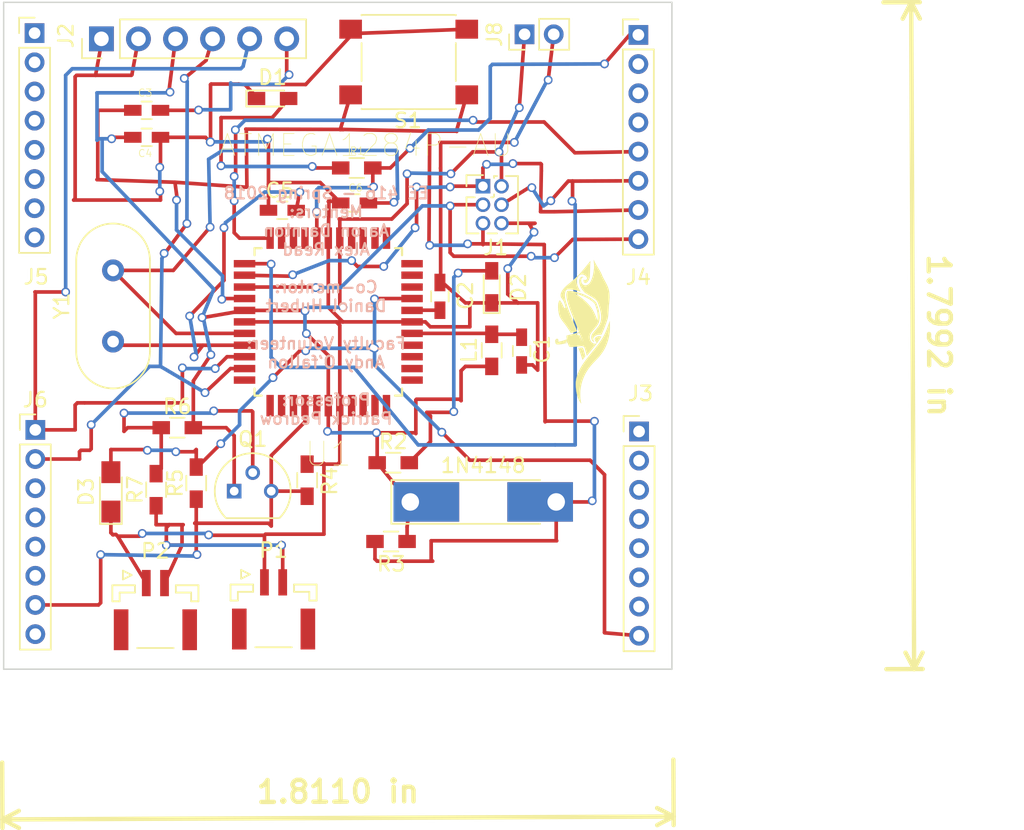
<source format=kicad_pcb>
(kicad_pcb (version 4) (host pcbnew 4.0.7)
  (title_block (title "Water Leak Detector") (date 2018-03-29) (rev 0) (company "Author: Thong Huynh") (comment 1 "Team Naura - WSU"))
  (layers (0 F.Cu signal) (31 B.Cu signal) (34 B.Paste user) (35 F.Paste user) (36 B.SilkS user) (37 F.SilkS user) (38 B.Mask user) (39 F.Mask user) (44 Edge.Cuts user))
  (net 0 "")
  (net 1 VCC)
  (net 2 RST)
  (net 3 AVCC)
  (net 4 GND)
  (net 5 "Net-(C2-Pad1)")
  (net 6 "Net-(C4-Pad1)")
  (net 7 XTAL1)
  (net 8 XTAL2)
  (net 9 "Net-(D1-Pad2)")
  (net 10 "Net-(D2-Pad2)")
  (net 11 PB6)
  (net 12 PB7)
  (net 13 PB5)
  (net 14 PD1)
  (net 15 PD0)
  (net 16 PA0)
  (net 17 PA1)
  (net 18 PA2)
  (net 19 PA3)
  (net 20 PA4)
  (net 21 PA5)
  (net 22 PA6)
  (net 23 PB0)
  (net 24 PB1)
  (net 25 PB2)
  (net 26 PB3)
  (net 27 PB4)
  (net 28 PC0)
  (net 29 PC1)
  (net 30 PC2)
  (net 31 PC3)
  (net 32 PC4)
  (net 33 PC5)
  (net 34 PC6)
  (net 35 PC7)
  (net 36 PD2)
  (net 37 PD3)
  (net 38 PD4)
  (net 39 PD5)
  (net 40 /SIGNAL)
  (net 41 PD7)
  (net 42 PROBE)
  (net 43 "Net-(Q1-Pad2)")
  (net 44 /ANALOG_SIGNAL)
  (module robosub_footprints:robosub_logo-medium (layer F.Cu) (at 202 66.1 90)
    (fp_text reference "" hide)
    (fp_text value "" hide)
  )
  (module Diodes_SMD:D_MELF-RM10_Universal_Handsoldering (layer F.Cu) (at 195.07 77.84)
    (fp_text reference 1N4148 (at 0 -2.5) (layer F.SilkS))
    (fp_text value D1)
    (pad 1 thru_hole rect (at -5 0) (size 4.5 2.7) (drill 1.19888 (offset 1.1 0)) (layers *.Cu *.Mask) (net 1 VCC))
    (pad 2 thru_hole rect (at 5 0 180) (size 4.5 2.7) (drill 1.19888 (offset 1.1 0)) (layers *.Cu *.Mask) (net 2 RST))
  )
  (module Capacitors_SMD:C_0603_HandSoldering (layer F.Cu) (at 197.7 67.5 270)
    (fp_text reference C1 (at -0.11 -1.4 270) (layer F.SilkS))
    (fp_text value 100nF)
    (pad 1 smd rect (at -0.95 0 270) (size 1.2 0.75) (layers F.Cu F.Paste F.Mask) (net 3 AVCC))
    (pad 2 smd rect (at 0.95 0 270) (size 1.2 0.75) (layers F.Cu F.Paste F.Mask) (net 4 GND))
  )
  (module Capacitors_SMD:C_0603_HandSoldering (layer F.Cu) (at 192.1 63.75 90)
    (fp_text reference C2 (at 0.05 1.75 90) (layer F.SilkS))
    (fp_text value 0.1uF)
    (pad 1 smd rect (at -0.95 0 90) (size 1.2 0.75) (layers F.Cu F.Paste F.Mask) (net 5 "Net-(C2-Pad1)"))
    (pad 2 smd rect (at 0.95 0 90) (size 1.2 0.75) (layers F.Cu F.Paste F.Mask) (net 4 GND))
  )
  (module Capacitors_SMD:C_0603_HandSoldering (layer F.Cu) (at 172 52.85)
    (fp_text reference C3 (at -0.1 -3.05) (layer F.SilkS) (effects (font (size 0.5 0.5) (thickness 0.05))))
    (fp_text value 10uF)
    (pad 1 smd rect (at -0.95 0) (size 1.2 0.75) (layers F.Cu F.Paste F.Mask) (net 1 VCC))
    (pad 2 smd rect (at 0.95 0) (size 1.2 0.75) (layers F.Cu F.Paste F.Mask) (net 4 GND))
  )
  (module Capacitors_SMD:C_0603_HandSoldering (layer F.Cu) (at 172 51 180)
    (fp_text reference C4 (at 0.1 -2.95 180) (layer F.SilkS) (effects (font (size 0.5 0.5) (thickness 0.05))))
    (fp_text value 0.1uF)
    (pad 1 smd rect (at -0.95 0 180) (size 1.2 0.75) (layers F.Cu F.Paste F.Mask) (net 6 "Net-(C4-Pad1)"))
    (pad 2 smd rect (at 0.95 0 180) (size 1.2 0.75) (layers F.Cu F.Paste F.Mask) (net 2 RST))
  )
  (module Capacitors_SMD:C_0603_HandSoldering (layer F.Cu) (at 181.3 57.85)
    (fp_text reference C5 (at -0.17 -1.36) (layer F.SilkS))
    (fp_text value 22pF)
    (pad 1 smd rect (at -0.95 0) (size 1.2 0.75) (layers F.Cu F.Paste F.Mask) (net 4 GND))
    (pad 2 smd rect (at 0.95 0) (size 1.2 0.75) (layers F.Cu F.Paste F.Mask) (net 7 XTAL1))
  )
  (module Capacitors_SMD:C_0603_HandSoldering (layer F.Cu) (at 186.25 57.35)
    (fp_text reference C6 (at 0.07 -1.04) (layer F.SilkS) (effects (font (size 0.5 0.5) (thickness 0.05))))
    (fp_text value 22pF)
    (pad 1 smd rect (at -0.95 0) (size 1.2 0.75) (layers F.Cu F.Paste F.Mask) (net 4 GND))
    (pad 2 smd rect (at 0.95 0) (size 1.2 0.75) (layers F.Cu F.Paste F.Mask) (net 8 XTAL2))
  )
  (module LEDs:LED_0603_HandSoldering (layer F.Cu) (at 180.63 50.19)
    (fp_text reference D1 (at 0 -1.45) (layer F.SilkS))
    (fp_text value LED_Small)
    (pad 1 smd rect (at -1.1 0) (size 1.2 0.9) (layers F.Cu F.Paste F.Mask) (net 4 GND))
    (pad 2 smd rect (at 1.1 0) (size 1.2 0.9) (layers F.Cu F.Paste F.Mask) (net 9 "Net-(D1-Pad2)"))
  )
  (module LEDs:LED_0603_HandSoldering (layer F.Cu) (at 195.65 63.1 90)
    (fp_text reference D2 (at -0.04 1.83 90) (layer F.SilkS))
    (fp_text value LED_Small)
    (pad 1 smd rect (at -1.1 0 90) (size 1.2 0.9) (layers F.Cu F.Paste F.Mask) (net 4 GND))
    (pad 2 smd rect (at 1.1 0 90) (size 1.2 0.9) (layers F.Cu F.Paste F.Mask) (net 10 "Net-(D2-Pad2)"))
  )
  (module LEDs:LED_0805_HandSoldering (layer F.Cu) (at 169.55 77.15 90)
    (fp_text reference D3 (at 0 -1.7 90) (layer F.SilkS))
    (fp_text value LED)
    (pad 1 smd rect (at -1.35 0 90) (size 1.5 1.3) (layers F.Cu F.Paste F.Mask) (net 4 GND))
    (pad 2 smd rect (at 1.35 0 90) (size 1.5 1.3) (layers F.Cu F.Paste F.Mask) (net 44 /ANALOG_SIGNAL))
  )
  (module Pin_Headers:Pin_Header_Straight_2x03_Pitch1.27mm (layer F.Cu) (at 195.05 56.2)
    (fp_text reference J1 (at 0.87 4.21) (layer F.SilkS))
    (fp_text value AVR_ISP)
    (pad 1 thru_hole rect (at 0 0) (size 1 1) (drill 0.65) (layers *.Cu *.Mask) (net 11 PB6))
    (pad 2 thru_hole oval (at 1.27 0) (size 1 1) (drill 0.65) (layers *.Cu *.Mask) (net 1 VCC))
    (pad 3 thru_hole oval (at 0 1.27) (size 1 1) (drill 0.65) (layers *.Cu *.Mask) (net 12 PB7))
    (pad 4 thru_hole oval (at 1.27 1.27) (size 1 1) (drill 0.65) (layers *.Cu *.Mask) (net 13 PB5))
    (pad 5 thru_hole oval (at 0 2.54) (size 1 1) (drill 0.65) (layers *.Cu *.Mask) (net 2 RST))
    (pad 6 thru_hole oval (at 1.27 2.54) (size 1 1) (drill 0.65) (layers *.Cu *.Mask) (net 4 GND))
  )
  (module Pin_Headers:Pin_Header_Straight_1x08_Pitch2.00mm (layer F.Cu) (at 205.75 73.01)
    (fp_text reference J3 (at 0.1 -2.6) (layer F.SilkS))
    (fp_text value PortA)
    (pad 1 thru_hole rect (at 0 0) (size 1.35 1.35) (drill 0.8) (layers *.Cu *.Mask))
    (pad 2 thru_hole oval (at 0 2) (size 1.35 1.35) (drill 0.8) (layers *.Cu *.Mask))
    (pad 3 thru_hole oval (at 0 4) (size 1.35 1.35) (drill 0.8) (layers *.Cu *.Mask))
    (pad 4 thru_hole oval (at 0 6) (size 1.35 1.35) (drill 0.8) (layers *.Cu *.Mask))
    (pad 5 thru_hole oval (at 0 8) (size 1.35 1.35) (drill 0.8) (layers *.Cu *.Mask))
    (pad 6 thru_hole oval (at 0 10) (size 1.35 1.35) (drill 0.8) (layers *.Cu *.Mask))
    (pad 7 thru_hole oval (at 0 12) (size 1.35 1.35) (drill 0.8) (layers *.Cu *.Mask))
    (pad 8 thru_hole oval (at 0 14) (size 1.35 1.35) (drill 0.8) (layers *.Cu *.Mask) (net 44 /ANALOG_SIGNAL))
  )
  (module Pin_Headers:Pin_Header_Straight_1x08_Pitch2.00mm (layer F.Cu) (at 205.7 45.83)
    (fp_text reference J4 (at 0 16.61) (layer F.SilkS))
    (fp_text value PortB)
    (pad 1 thru_hole rect (at 0 0) (size 1.35 1.35) (drill 0.8) (layers *.Cu *.Mask) (net 23 PB0))
    (pad 2 thru_hole oval (at 0 2) (size 1.35 1.35) (drill 0.8) (layers *.Cu *.Mask))
    (pad 3 thru_hole oval (at 0 4) (size 1.35 1.35) (drill 0.8) (layers *.Cu *.Mask))
    (pad 4 thru_hole oval (at 0 6) (size 1.35 1.35) (drill 0.8) (layers *.Cu *.Mask))
    (pad 5 thru_hole oval (at 0 8) (size 1.35 1.35) (drill 0.8) (layers *.Cu *.Mask) (net 27 PB4))
    (pad 6 thru_hole oval (at 0 10) (size 1.35 1.35) (drill 0.8) (layers *.Cu *.Mask) (net 13 PB5))
    (pad 7 thru_hole oval (at 0 12) (size 1.35 1.35) (drill 0.8) (layers *.Cu *.Mask) (net 11 PB6))
    (pad 8 thru_hole oval (at 0 14) (size 1.35 1.35) (drill 0.8) (layers *.Cu *.Mask) (net 12 PB7))
  )
  (module Pin_Headers:Pin_Header_Straight_1x08_Pitch2.00mm (layer F.Cu) (at 164.32 45.71)
    (fp_text reference J5 (at 0.11 16.71) (layer F.SilkS))
    (fp_text value PortC)
    (pad 1 thru_hole rect (at 0 0) (size 1.35 1.35) (drill 0.8) (layers *.Cu *.Mask))
    (pad 2 thru_hole oval (at 0 2) (size 1.35 1.35) (drill 0.8) (layers *.Cu *.Mask))
    (pad 3 thru_hole oval (at 0 4) (size 1.35 1.35) (drill 0.8) (layers *.Cu *.Mask))
    (pad 4 thru_hole oval (at 0 6) (size 1.35 1.35) (drill 0.8) (layers *.Cu *.Mask))
    (pad 5 thru_hole oval (at 0 8) (size 1.35 1.35) (drill 0.8) (layers *.Cu *.Mask))
    (pad 6 thru_hole oval (at 0 10) (size 1.35 1.35) (drill 0.8) (layers *.Cu *.Mask))
    (pad 7 thru_hole oval (at 0 12) (size 1.35 1.35) (drill 0.8) (layers *.Cu *.Mask))
    (pad 8 thru_hole oval (at 0 14) (size 1.35 1.35) (drill 0.8) (layers *.Cu *.Mask))
  )
  (module Pin_Headers:Pin_Header_Straight_1x08_Pitch2.00mm (layer F.Cu) (at 164.37 72.9)
    (fp_text reference J6 (at 0 -2.06) (layer F.SilkS))
    (fp_text value PortD)
    (pad 1 thru_hole rect (at 0 0) (size 1.35 1.35) (drill 0.8) (layers *.Cu *.Mask) (net 15 PD0))
    (pad 2 thru_hole oval (at 0 2) (size 1.35 1.35) (drill 0.8) (layers *.Cu *.Mask) (net 14 PD1))
    (pad 3 thru_hole oval (at 0 4) (size 1.35 1.35) (drill 0.8) (layers *.Cu *.Mask))
    (pad 4 thru_hole oval (at 0 6) (size 1.35 1.35) (drill 0.8) (layers *.Cu *.Mask))
    (pad 5 thru_hole oval (at 0 8) (size 1.35 1.35) (drill 0.8) (layers *.Cu *.Mask))
    (pad 6 thru_hole oval (at 0 10) (size 1.35 1.35) (drill 0.8) (layers *.Cu *.Mask))
    (pad 7 thru_hole oval (at 0 12) (size 1.35 1.35) (drill 0.8) (layers *.Cu *.Mask) (net 40 /SIGNAL))
    (pad 8 thru_hole oval (at 0 14) (size 1.35 1.35) (drill 0.8) (layers *.Cu *.Mask))
  )
  (module Pin_Headers:Pin_Header_Straight_1x02_Pitch2.00mm (layer F.Cu) (at 197.9 45.79 90)
    (fp_text reference J8 (at 0 -2.06 90) (layer F.SilkS))
    (fp_text value Power)
    (pad 1 thru_hole rect (at 0 0 90) (size 1.35 1.35) (drill 0.8) (layers *.Cu *.Mask) (net 1 VCC))
    (pad 2 thru_hole oval (at 0 2 90) (size 1.35 1.35) (drill 0.8) (layers *.Cu *.Mask) (net 4 GND))
  )
  (module Inductors_SMD:L_0603_HandSoldering (layer F.Cu) (at 195.65 67.45 270)
    (fp_text reference L1 (at -0.02 1.55 270) (layer F.SilkS))
    (fp_text value 10uH)
    (pad 1 smd rect (at -1.1 0 270) (size 1.2 0.9) (layers F.Cu F.Paste F.Mask) (net 3 AVCC))
    (pad 2 smd rect (at 1.1 0 270) (size 1.2 0.9) (layers F.Cu F.Paste F.Mask) (net 1 VCC))
  )
  (module Connectors_JST:JST_GH_SM02B-GHS-TB_02x1.25mm_Angled (layer F.Cu) (at 180.7 84.95)
    (fp_text reference P1 (at 0 -3.8) (layer F.SilkS))
    (fp_text value Probe_Port)
    (pad 1 smd rect (at -0.625 -1.6) (size 0.6 1.8) (layers F.Cu F.Paste F.Mask) (net 4 GND))
    (pad 2 smd rect (at 0.625 -1.6) (size 0.6 1.8) (layers F.Cu F.Paste F.Mask) (net 42 PROBE))
    (pad "" smd rect (at 2.35 1.6) (size 1 2.8) (layers F.Cu F.Paste F.Mask))
    (pad "" smd rect (at -2.35 1.6) (size 1 2.8) (layers F.Cu F.Paste F.Mask))
  )
  (module Connectors_JST:JST_GH_SM02B-GHS-TB_02x1.25mm_Angled (layer F.Cu) (at 172.6 85)
    (fp_text reference P2 (at 0 -3.8) (layer F.SilkS))
    (fp_text value Probe_Port)
    (pad 1 smd rect (at -0.625 -1.6) (size 0.6 1.8) (layers F.Cu F.Paste F.Mask) (net 4 GND))
    (pad 2 smd rect (at 0.625 -1.6) (size 0.6 1.8) (layers F.Cu F.Paste F.Mask) (net 42 PROBE))
    (pad "" smd rect (at 2.35 1.6) (size 1 2.8) (layers F.Cu F.Paste F.Mask))
    (pad "" smd rect (at -2.35 1.6) (size 1 2.8) (layers F.Cu F.Paste F.Mask))
  )
  (module TO_SOT_Packages_THT:TO-92_Molded_Narrow (layer F.Cu) (at 178 77.1)
    (fp_text reference Q1 (at 1.27 -3.56) (layer F.SilkS))
    (fp_text value 2N3906)
    (pad 2 thru_hole circle (at 1.27 -1.27 90) (size 1 1) (drill 0.6) (layers *.Cu *.Mask) (net 43 "Net-(Q1-Pad2)"))
    (pad 3 thru_hole circle (at 2.54 0 90) (size 1 1) (drill 0.6) (layers *.Cu *.Mask) (net 40 /SIGNAL))
    (pad 1 thru_hole rect (at 0 0 90) (size 1 1) (drill 0.6) (layers *.Cu *.Mask) (net 1 VCC))
  )
  (module Resistors_SMD:R_0603_HandSoldering (layer F.Cu) (at 186.4 54.95)
    (fp_text reference R1 (at 0.02 -1.17) (layer F.SilkS) (effects (font (size 0.5 0.5) (thickness 0.05))))
    (fp_text value 330R)
    (pad 1 smd rect (at -1.1 0) (size 1.2 0.9) (layers F.Cu F.Paste F.Mask) (net 9 "Net-(D1-Pad2)"))
    (pad 2 smd rect (at 1.1 0) (size 1.2 0.9) (layers F.Cu F.Paste F.Mask) (net 23 PB0))
  )
  (module Resistors_SMD:R_0603_HandSoldering (layer F.Cu) (at 188.9 75.15)
    (fp_text reference R2 (at 0 -1.45) (layer F.SilkS))
    (fp_text value 220)
    (pad 1 smd rect (at -1.1 0) (size 1.2 0.9) (layers F.Cu F.Paste F.Mask) (net 1 VCC))
    (pad 2 smd rect (at 1.1 0) (size 1.2 0.9) (layers F.Cu F.Paste F.Mask) (net 10 "Net-(D2-Pad2)"))
  )
  (module Resistors_SMD:R_0603_HandSoldering (layer F.Cu) (at 188.75 80.55)
    (fp_text reference R3 (at 0.01 1.54 180) (layer F.SilkS))
    (fp_text value 10K)
    (pad 1 smd rect (at -1.1 0) (size 1.2 0.9) (layers F.Cu F.Paste F.Mask) (net 2 RST))
    (pad 2 smd rect (at 1.1 0) (size 1.2 0.9) (layers F.Cu F.Paste F.Mask) (net 1 VCC))
  )
  (module Resistors_SMD:R_0603_HandSoldering (layer F.Cu) (at 183 76.35 90)
    (fp_text reference R4 (at -0.07 1.54 90) (layer F.SilkS))
    (fp_text value 1k)
    (pad 1 smd rect (at -1.1 0 90) (size 1.2 0.9) (layers F.Cu F.Paste F.Mask) (net 40 /SIGNAL))
    (pad 2 smd rect (at 1.1 0 90) (size 1.2 0.9) (layers F.Cu F.Paste F.Mask) (net 4 GND))
  )
  (module Resistors_SMD:R_0603_HandSoldering (layer F.Cu) (at 175.4 76.55 90)
    (fp_text reference R5 (at 0 -1.45 90) (layer F.SilkS))
    (fp_text value 220)
    (pad 1 smd rect (at -1.1 0 90) (size 1.2 0.9) (layers F.Cu F.Paste F.Mask) (net 40 /SIGNAL))
    (pad 2 smd rect (at 1.1 0 90) (size 1.2 0.9) (layers F.Cu F.Paste F.Mask) (net 44 /ANALOG_SIGNAL))
  )
  (module Resistors_SMD:R_0603_HandSoldering (layer F.Cu) (at 174.1 72.75)
    (fp_text reference R6 (at 0 -1.45) (layer F.SilkS))
    (fp_text value 27k)
    (pad 1 smd rect (at -1.1 0) (size 1.2 0.9) (layers F.Cu F.Paste F.Mask) (net 43 "Net-(Q1-Pad2)"))
    (pad 2 smd rect (at 1.1 0) (size 1.2 0.9) (layers F.Cu F.Paste F.Mask) (net 1 VCC))
  )
  (module Resistors_SMD:R_0603_HandSoldering (layer F.Cu) (at 172.65 77 90)
    (fp_text reference R7 (at 0 -1.45 90) (layer F.SilkS))
    (fp_text value 1k)
    (pad 1 smd rect (at -1.1 0 90) (size 1.2 0.9) (layers F.Cu F.Paste F.Mask) (net 42 PROBE))
    (pad 2 smd rect (at 1.1 0 90) (size 1.2 0.9) (layers F.Cu F.Paste F.Mask) (net 43 "Net-(Q1-Pad2)"))
  )
  (module Buttons_Switches_SMD:SW_SPST_PTS645 (layer F.Cu) (at 189.96 47.69)
    (fp_text reference S1 (at -0.06 4.01) (layer F.SilkS))
    (fp_text value SW_Push)
    (pad 2 smd rect (at -3.98 2.25) (size 1.55 1.3) (layers F.Cu F.Paste F.Mask) (net 2 RST))
    (pad 1 smd rect (at -3.98 -2.25) (size 1.55 1.3) (layers F.Cu F.Paste F.Mask) (net 4 GND))
    (pad 1 smd rect (at 3.98 -2.25) (size 1.55 1.3) (layers F.Cu F.Paste F.Mask) (net 4 GND))
    (pad 2 smd rect (at 3.98 2.25) (size 1.55 1.3) (layers F.Cu F.Paste F.Mask) (net 2 RST))
  )
  (module ATMEGA1284P-AU:QFP80P1200X1200X120-44N (layer F.Cu) (at 184.45 65.5)
    (fp_text reference U1 (at 0.00001 9.05685) (layer F.SilkS) (effects (font (size 1.64263 1.64263) (thickness 0.05))))
    (fp_text value ATMEGA1284P-AU (at 2.55 -12.1) (layer F.SilkS) (effects (font (size 1.5 1.5) (thickness 0.05))))
    (pad 1 smd rect (at -5.7404 -3.9878 270) (size 0.508 1.4732) (layers F.Cu F.Paste F.Mask) (net 13 PB5))
    (pad 2 smd rect (at -5.7404 -3.2004 270) (size 0.508 1.4732) (layers F.Cu F.Paste F.Mask) (net 11 PB6))
    (pad 3 smd rect (at -5.7404 -2.3876 270) (size 0.508 1.4732) (layers F.Cu F.Paste F.Mask) (net 12 PB7))
    (pad 4 smd rect (at -5.7404 -1.6002 270) (size 0.508 1.4732) (layers F.Cu F.Paste F.Mask) (net 2 RST))
    (pad 5 smd rect (at -5.7404 -0.7874 270) (size 0.508 1.4732) (layers F.Cu F.Paste F.Mask) (net 1 VCC))
    (pad 6 smd rect (at -5.7404 0 270) (size 0.508 1.4732) (layers F.Cu F.Paste F.Mask) (net 4 GND))
    (pad 7 smd rect (at -5.7404 0.7874 270) (size 0.508 1.4732) (layers F.Cu F.Paste F.Mask) (net 8 XTAL2))
    (pad 8 smd rect (at -5.7404 1.6002 270) (size 0.508 1.4732) (layers F.Cu F.Paste F.Mask) (net 7 XTAL1))
    (pad 9 smd rect (at -5.7404 2.3876 270) (size 0.508 1.4732) (layers F.Cu F.Paste F.Mask) (net 15 PD0))
    (pad 10 smd rect (at -5.7404 3.2004 270) (size 0.508 1.4732) (layers F.Cu F.Paste F.Mask) (net 14 PD1))
    (pad 11 smd rect (at -5.7404 3.9878 270) (size 0.508 1.4732) (layers F.Cu F.Paste F.Mask) (net 36 PD2))
    (pad 12 smd rect (at -3.9878 5.7404 180) (size 0.508 1.4732) (layers F.Cu F.Paste F.Mask) (net 37 PD3))
    (pad 13 smd rect (at -3.2004 5.7404 180) (size 0.508 1.4732) (layers F.Cu F.Paste F.Mask) (net 38 PD4))
    (pad 14 smd rect (at -2.3876 5.7404 180) (size 0.508 1.4732) (layers F.Cu F.Paste F.Mask) (net 39 PD5))
    (pad 15 smd rect (at -1.6002 5.7404 180) (size 0.508 1.4732) (layers F.Cu F.Paste F.Mask) (net 40 /SIGNAL))
    (pad 16 smd rect (at -0.7874 5.7404 180) (size 0.508 1.4732) (layers F.Cu F.Paste F.Mask) (net 41 PD7))
    (pad 17 smd rect (at 0 5.7404 180) (size 0.508 1.4732) (layers F.Cu F.Paste F.Mask) (net 1 VCC))
    (pad 18 smd rect (at 0.7874 5.7404 180) (size 0.508 1.4732) (layers F.Cu F.Paste F.Mask) (net 4 GND))
    (pad 19 smd rect (at 1.6002 5.7404 180) (size 0.508 1.4732) (layers F.Cu F.Paste F.Mask) (net 28 PC0))
    (pad 20 smd rect (at 2.3876 5.7404 180) (size 0.508 1.4732) (layers F.Cu F.Paste F.Mask) (net 29 PC1))
    (pad 21 smd rect (at 3.2004 5.7404 180) (size 0.508 1.4732) (layers F.Cu F.Paste F.Mask) (net 30 PC2))
    (pad 22 smd rect (at 3.9878 5.7404 180) (size 0.508 1.4732) (layers F.Cu F.Paste F.Mask) (net 31 PC3))
    (pad 23 smd rect (at 5.7404 3.9878 270) (size 0.508 1.4732) (layers F.Cu F.Paste F.Mask) (net 32 PC4))
    (pad 24 smd rect (at 5.7404 3.2004 270) (size 0.508 1.4732) (layers F.Cu F.Paste F.Mask) (net 33 PC5))
    (pad 25 smd rect (at 5.7404 2.3876 270) (size 0.508 1.4732) (layers F.Cu F.Paste F.Mask) (net 34 PC6))
    (pad 26 smd rect (at 5.7404 1.6002 270) (size 0.508 1.4732) (layers F.Cu F.Paste F.Mask) (net 35 PC7))
    (pad 27 smd rect (at 5.7404 0.7874 270) (size 0.508 1.4732) (layers F.Cu F.Paste F.Mask) (net 3 AVCC))
    (pad 28 smd rect (at 5.7404 0 270) (size 0.508 1.4732) (layers F.Cu F.Paste F.Mask) (net 4 GND))
    (pad 29 smd rect (at 5.7404 -0.7874 270) (size 0.508 1.4732) (layers F.Cu F.Paste F.Mask) (net 5 "Net-(C2-Pad1)"))
    (pad 30 smd rect (at 5.7404 -1.6002 270) (size 0.508 1.4732) (layers F.Cu F.Paste F.Mask) (net 44 /ANALOG_SIGNAL))
    (pad 31 smd rect (at 5.7404 -2.3876 270) (size 0.508 1.4732) (layers F.Cu F.Paste F.Mask) (net 22 PA6))
    (pad 32 smd rect (at 5.7404 -3.2004 270) (size 0.508 1.4732) (layers F.Cu F.Paste F.Mask) (net 21 PA5))
    (pad 33 smd rect (at 5.7404 -3.9878 270) (size 0.508 1.4732) (layers F.Cu F.Paste F.Mask) (net 20 PA4))
    (pad 34 smd rect (at 3.9878 -5.7404 180) (size 0.508 1.4732) (layers F.Cu F.Paste F.Mask) (net 19 PA3))
    (pad 35 smd rect (at 3.2004 -5.7404 180) (size 0.508 1.4732) (layers F.Cu F.Paste F.Mask) (net 18 PA2))
    (pad 36 smd rect (at 2.3876 -5.7404 180) (size 0.508 1.4732) (layers F.Cu F.Paste F.Mask) (net 17 PA1))
    (pad 37 smd rect (at 1.6002 -5.7404 180) (size 0.508 1.4732) (layers F.Cu F.Paste F.Mask) (net 16 PA0))
    (pad 38 smd rect (at 0.7874 -5.7404 180) (size 0.508 1.4732) (layers F.Cu F.Paste F.Mask) (net 1 VCC))
    (pad 39 smd rect (at 0 -5.7404 180) (size 0.508 1.4732) (layers F.Cu F.Paste F.Mask) (net 4 GND))
    (pad 40 smd rect (at -0.7874 -5.7404 180) (size 0.508 1.4732) (layers F.Cu F.Paste F.Mask) (net 23 PB0))
    (pad 41 smd rect (at -1.6002 -5.7404 180) (size 0.508 1.4732) (layers F.Cu F.Paste F.Mask) (net 24 PB1))
    (pad 42 smd rect (at -2.3876 -5.7404 180) (size 0.508 1.4732) (layers F.Cu F.Paste F.Mask) (net 25 PB2))
    (pad 43 smd rect (at -3.2004 -5.7404 180) (size 0.508 1.4732) (layers F.Cu F.Paste F.Mask) (net 26 PB3))
    (pad 44 smd rect (at -3.9878 -5.7404 180) (size 0.508 1.4732) (layers F.Cu F.Paste F.Mask) (net 27 PB4))
  )
  (module Crystals:Crystal_HC49-U_Vertical (layer F.Cu) (at 169.7 66.85 90)
    (fp_text reference Y1 (at 2.44 -3.525 90) (layer F.SilkS))
    (fp_text value 16MHz)
    (pad 1 thru_hole circle (at 0 0 90) (size 1.5 1.5) (drill 0.8) (layers *.Cu *.Mask) (net 7 XTAL1))
    (pad 2 thru_hole circle (at 4.88 0 90) (size 1.5 1.5) (drill 0.8) (layers *.Cu *.Mask) (net 8 XTAL2))
  )
  (module Socket_Strips:Socket_Strip_Straight_1x06_Pitch2.54mm (layer F.Cu) (at 168.9 46.1 90)
    (fp_text reference J2 (at 0.22 -2.43 90) (layer F.SilkS))
    (fp_text value FTDI)
    (pad 1 thru_hole rect (at 0 0 90) (size 1.7 1.7) (drill 1) (layers *.Cu *.Mask) (net 4 GND))
    (pad 2 thru_hole oval (at 0 2.54 90) (size 1.7 1.7) (drill 1) (layers *.Cu *.Mask) (net 4 GND))
    (pad 3 thru_hole oval (at 0 5.08 90) (size 1.7 1.7) (drill 1) (layers *.Cu *.Mask) (net 1 VCC))
    (pad 4 thru_hole oval (at 0 7.62 90) (size 1.7 1.7) (drill 1) (layers *.Cu *.Mask) (net 14 PD1))
    (pad 5 thru_hole oval (at 0 10.16 90) (size 1.7 1.7) (drill 1) (layers *.Cu *.Mask) (net 15 PD0))
    (pad 6 thru_hole oval (at 0 12.7 90) (size 1.7 1.7) (drill 1) (layers *.Cu *.Mask) (net 6 "Net-(C4-Pad1)"))
  )
  (gr_text "EE 416 - Spring 2018\nMentors:\nAaron Darnton\nAlex Read\n\nCo-mentor:\nDaniel Hubert\n\nFaculty Volunteer:\nAndy O’fallon\n\nProfessor:\nPatrick Pedrow\n" (at 184.3 64.4) (layer B.SilkS) (effects (font (size 0.8 0.8)) (justify mirror)))
  (gr_line (start 162.2 89.3) (end 162.2 43.6) (angle 90) (layer Edge.Cuts) (width 0.1))
  (gr_line (start 208 89.3) (end 162.2 89.3) (angle 90) (layer Edge.Cuts) (width 0.1))
  (gr_line (start 208 43.6) (end 208 89.3) (angle 90) (layer Edge.Cuts) (width 0.1))
  (gr_line (start 162.2 43.6) (end 208 43.6) (angle 90) (layer Edge.Cuts) (width 0.1))
  (dimension 45.700438 (width 0.3) (layer F.SilkS) (gr_text "45.700 mm" (at 225.84995 66.435777 270.2507458) (layer F.SilkS) (effects (font (size 1.5 1.5) (thickness 0.3)))) (feature1 (pts (xy 222.7 89.3) (xy 227.299937 89.279869))) (feature2 (pts (xy 222.5 43.6) (xy 227.099937 43.579869))) (crossbar (pts (xy 224.399963 43.591685) (xy 224.599963 89.291685))) (arrow1a (pts (xy 224.599963 89.291685) (xy 224.008618 88.167758))) (arrow1b (pts (xy 224.599963 89.291685) (xy 225.181448 88.162626))) (arrow2a (pts (xy 224.399963 43.591685) (xy 223.818478 44.720744))) (arrow2b (pts (xy 224.399963 43.591685) (xy 224.991308 44.715612))))
  (dimension 46.000435 (width 0.3) (layer F.SilkS) (gr_text "46.000 mm" (at 185.122825 100.849913 0.2491105152) (layer F.SilkS) (effects (font (size 1.5 1.5) (thickness 0.3)))) (feature1 (pts (xy 208.1 95.5) (xy 208.128695 102.0999))) (feature2 (pts (xy 162.1 95.7) (xy 162.128695 102.2999))) (crossbar (pts (xy 162.116956 99.599926) (xy 208.116956 99.399926))) (arrow1a (pts (xy 208.116956 99.399926) (xy 206.993013 99.991239))) (arrow1b (pts (xy 208.116956 99.399926) (xy 206.987913 98.818409))) (arrow2a (pts (xy 162.116956 99.599926) (xy 163.245999 100.181443))) (arrow2b (pts (xy 162.116956 99.599926) (xy 163.240899 99.008613))))
  (segment (start 189.85 55.35) (end 189.85 57.4) (width 0.25) (layer F.Cu) (net 1))
  (via (at 189.85 55.35) (size 0.6) (drill 0.4) (layers F.Cu B.Cu) (net 1))
  (segment (start 189.85 55.35) (end 189.9 55.3) (width 0.25) (layer B.Cu) (net 1))
  (segment (start 189.9 55.3) (end 192.85 55.35) (width 0.25) (layer B.Cu) (net 1))
  (via (at 192.85 55.35) (size 0.6) (drill 0.4) (layers F.Cu B.Cu) (net 1))
  (segment (start 192.85 55.35) (end 194.35 53.85) (width 0.25) (layer F.Cu) (net 1))
  (segment (start 196.15 53.85) (end 194.35 53.85) (width 0.25) (layer F.Cu) (net 1))
  (segment (start 185.2374 58.4874) (end 185.2374 59.7596) (width 0.25) (layer F.Cu) (net 1))
  (segment (start 185.2 58.45) (end 185.2374 58.4874) (width 0.25) (layer F.Cu) (net 1))
  (segment (start 188.8 58.45) (end 185.2 58.45) (width 0.25) (layer F.Cu) (net 1))
  (segment (start 189.85 57.4) (end 188.8 58.45) (width 0.25) (layer F.Cu) (net 1))
  (segment (start 197.9 45.79) (end 197.54 50.82) (width 0.25) (layer F.Cu) (net 1))
  (via (at 197.54 50.82) (size 0.6) (drill 0.4) (layers F.Cu B.Cu) (net 1))
  (segment (start 197.54 50.82) (end 197.44 50.92) (width 0.25) (layer B.Cu) (net 1))
  (segment (start 197.44 50.92) (end 196.15 53.85) (width 0.25) (layer B.Cu) (net 1))
  (via (at 196.15 53.85) (size 0.6) (drill 0.4) (layers F.Cu B.Cu) (net 1))
  (segment (start 196.32 54.02) (end 196.32 56.2) (width 0.25) (layer F.Cu) (net 1))
  (segment (start 196.15 53.85) (end 196.32 54.02) (width 0.25) (layer F.Cu) (net 1))
  (segment (start 168.95 52.95) (end 168.95 55.2) (width 0.25) (layer B.Cu) (net 1))
  (segment (start 176.6 63.25) (end 175.8 65.2) (width 0.25) (layer B.Cu) (net 1))
  (segment (start 168.95 55.2) (end 176.6 63.25) (width 0.25) (layer B.Cu) (net 1))
  (segment (start 173.98 46.1) (end 173.53 49.68) (width 0.25) (layer F.Cu) (net 1))
  (segment (start 169.7 52.85) (end 171.05 52.85) (width 0.25) (layer F.Cu) (net 1))
  (segment (start 169.6 52.95) (end 169.7 52.85) (width 0.25) (layer F.Cu) (net 1))
  (via (at 169.6 52.95) (size 0.6) (drill 0.4) (layers F.Cu B.Cu) (net 1))
  (segment (start 168.7 52.95) (end 168.95 52.95) (width 0.25) (layer B.Cu) (net 1))
  (segment (start 168.95 52.95) (end 169.6 52.95) (width 0.25) (layer B.Cu) (net 1))
  (segment (start 168.6 53.05) (end 168.7 52.95) (width 0.25) (layer B.Cu) (net 1))
  (segment (start 168.6 49.8) (end 168.6 53.05) (width 0.25) (layer B.Cu) (net 1))
  (segment (start 173.55 49.8) (end 168.6 49.8) (width 0.25) (layer B.Cu) (net 1))
  (segment (start 173.6 49.75) (end 173.55 49.8) (width 0.25) (layer B.Cu) (net 1))
  (via (at 173.6 49.75) (size 0.6) (drill 0.4) (layers F.Cu B.Cu) (net 1))
  (segment (start 173.53 49.68) (end 173.6 49.75) (width 0.25) (layer F.Cu) (net 1))
  (segment (start 195.65 68.55) (end 193.85 68.55) (width 0.25) (layer F.Cu) (net 1))
  (segment (start 190.4 73.1) (end 187.75 73.1) (width 0.25) (layer F.Cu) (net 1))
  (segment (start 190.45 73.15) (end 190.4 73.1) (width 0.25) (layer F.Cu) (net 1))
  (segment (start 190.45 70.85) (end 190.45 73.15) (width 0.25) (layer F.Cu) (net 1))
  (segment (start 190.5 70.8) (end 190.45 70.85) (width 0.25) (layer F.Cu) (net 1))
  (segment (start 193.45 70.8) (end 190.5 70.8) (width 0.25) (layer F.Cu) (net 1))
  (segment (start 193.55 70.9) (end 193.45 70.8) (width 0.25) (layer F.Cu) (net 1))
  (segment (start 193.55 68.85) (end 193.55 70.9) (width 0.25) (layer F.Cu) (net 1))
  (segment (start 193.85 68.55) (end 193.55 68.85) (width 0.25) (layer F.Cu) (net 1))
  (segment (start 184.45 71.2404) (end 184.45 72.95) (width 0.25) (layer F.Cu) (net 1))
  (segment (start 187.8 73.15) (end 187.8 75.15) (width 0.25) (layer F.Cu) (net 1))
  (segment (start 187.75 73.1) (end 187.8 73.15) (width 0.25) (layer F.Cu) (net 1))
  (via (at 187.75 73.1) (size 0.6) (drill 0.4) (layers F.Cu B.Cu) (net 1))
  (segment (start 184.5 73.1) (end 187.75 73.1) (width 0.25) (layer B.Cu) (net 1))
  (segment (start 184.4 73) (end 184.5 73.1) (width 0.25) (layer B.Cu) (net 1))
  (via (at 184.4 73) (size 0.6) (drill 0.4) (layers F.Cu B.Cu) (net 1))
  (segment (start 184.45 72.95) (end 184.4 73) (width 0.25) (layer F.Cu) (net 1))
  (segment (start 189.85 80.55) (end 189.85 79.55) (width 0.25) (layer F.Cu) (net 1))
  (segment (start 189.85 79.55) (end 190.07 77.84) (width 0.25) (layer F.Cu) (net 1))
  (segment (start 187.8 75.15) (end 189.62 77.39) (width 0.25) (layer F.Cu) (net 1))
  (segment (start 189.62 77.39) (end 190.07 77.84) (width 0.25) (layer F.Cu) (net 1))
  (segment (start 182.85 64.75) (end 182.85 66.2) (width 0.25) (layer B.Cu) (net 1))
  (segment (start 184.45 67.8) (end 184.45 71.2404) (width 0.25) (layer F.Cu) (net 1))
  (segment (start 182.95 66.3) (end 184.45 67.8) (width 0.25) (layer F.Cu) (net 1))
  (via (at 182.95 66.3) (size 0.6) (drill 0.4) (layers F.Cu B.Cu) (net 1))
  (segment (start 182.85 66.2) (end 182.95 66.3) (width 0.25) (layer B.Cu) (net 1))
  (segment (start 178.7096 64.7126) (end 182.8126 64.7126) (width 0.25) (layer F.Cu) (net 1))
  (segment (start 185.2374 64.2874) (end 185.2374 59.7596) (width 0.25) (layer F.Cu) (net 1))
  (segment (start 182.85 64.75) (end 183.1 64.5) (width 0.25) (layer B.Cu) (net 1))
  (segment (start 183.1 64.5) (end 185.45 64.5) (width 0.25) (layer B.Cu) (net 1))
  (via (at 185.45 64.5) (size 0.6) (drill 0.4) (layers F.Cu B.Cu) (net 1))
  (segment (start 185.45 64.5) (end 185.2374 64.2874) (width 0.25) (layer F.Cu) (net 1))
  (via (at 182.85 64.75) (size 0.6) (drill 0.4) (layers F.Cu B.Cu) (net 1))
  (segment (start 182.8126 64.7126) (end 182.85 64.75) (width 0.25) (layer F.Cu) (net 1))
  (segment (start 175.2 72.75) (end 177.45 72.75) (width 0.25) (layer F.Cu) (net 1))
  (segment (start 178 73.3) (end 178 77.1) (width 0.25) (layer F.Cu) (net 1))
  (segment (start 177.45 72.75) (end 178 73.3) (width 0.25) (layer F.Cu) (net 1))
  (segment (start 178.7096 64.7126) (end 175.8126 65.2126) (width 0.25) (layer F.Cu) (net 1))
  (segment (start 175.8126 65.2126) (end 175.8 65.2) (width 0.25) (layer F.Cu) (net 1))
  (via (at 175.8 65.2) (size 0.6) (drill 0.4) (layers F.Cu B.Cu) (net 1))
  (segment (start 175.2 69.55) (end 175.2 72.75) (width 0.25) (layer F.Cu) (net 1))
  (segment (start 175.8 65.2) (end 175.9 65.3) (width 0.25) (layer B.Cu) (net 1))
  (segment (start 175.9 65.3) (end 176.4 67.75) (width 0.25) (layer B.Cu) (net 1))
  (via (at 176.4 67.75) (size 0.6) (drill 0.4) (layers F.Cu B.Cu) (net 1))
  (segment (start 176.4 67.75) (end 175.2 69.55) (width 0.25) (layer F.Cu) (net 1))
  (segment (start 187.65 80.55) (end 187.65 81.75) (width 0.25) (layer F.Cu) (net 2))
  (segment (start 200.07 80.47) (end 200.07 77.84) (width 0.25) (layer F.Cu) (net 2))
  (segment (start 200.1 80.5) (end 200.07 80.47) (width 0.25) (layer F.Cu) (net 2))
  (segment (start 191.5 80.5) (end 200.1 80.5) (width 0.25) (layer F.Cu) (net 2))
  (segment (start 191.5 81.8) (end 191.5 80.5) (width 0.25) (layer F.Cu) (net 2))
  (segment (start 191.6 81.9) (end 191.5 81.8) (width 0.25) (layer F.Cu) (net 2))
  (segment (start 187.8 81.9) (end 191.6 81.9) (width 0.25) (layer F.Cu) (net 2))
  (segment (start 187.65 81.75) (end 187.8 81.9) (width 0.25) (layer F.Cu) (net 2))
  (segment (start 200.07 77.84) (end 202.46 77.84) (width 0.25) (layer F.Cu) (net 2))
  (segment (start 202.67957 72.29957) (end 199.30959 72.29957) (width 0.25) (layer F.Cu) (net 2))
  (segment (start 202.69 72.31) (end 202.67957 72.29957) (width 0.25) (layer F.Cu) (net 2))
  (via (at 202.69 72.31) (size 0.6) (drill 0.4) (layers F.Cu B.Cu) (net 2))
  (segment (start 202.69 77.61) (end 202.69 72.31) (width 0.25) (layer B.Cu) (net 2))
  (segment (start 202.54 77.76) (end 202.69 77.61) (width 0.25) (layer B.Cu) (net 2))
  (via (at 202.54 77.76) (size 0.6) (drill 0.4) (layers F.Cu B.Cu) (net 2))
  (segment (start 202.46 77.84) (end 202.54 77.76) (width 0.25) (layer F.Cu) (net 2))
  (segment (start 195.05 60.15) (end 194 60.15) (width 0.25) (layer F.Cu) (net 2))
  (segment (start 191.35 60.2) (end 191.4 52.43) (width 0.25) (layer F.Cu) (net 2))
  (segment (start 191.4 60.25) (end 191.35 60.2) (width 0.25) (layer F.Cu) (net 2))
  (via (at 191.4 60.25) (size 0.6) (drill 0.4) (layers F.Cu B.Cu) (net 2))
  (segment (start 193.9 60.25) (end 191.4 60.25) (width 0.25) (layer B.Cu) (net 2))
  (segment (start 194 60.15) (end 193.9 60.25) (width 0.25) (layer B.Cu) (net 2))
  (via (at 194 60.15) (size 0.6) (drill 0.4) (layers F.Cu B.Cu) (net 2))
  (segment (start 199.31 72.35) (end 199.30959 72.29957) (width 0.25) (layer F.Cu) (net 2))
  (segment (start 199.30959 72.29957) (end 199.25 60.2) (width 0.25) (layer F.Cu) (net 2))
  (segment (start 173.94 55.93) (end 174.1 57.1) (width 0.25) (layer F.Cu) (net 2))
  (segment (start 177.2002 63.8998) (end 178.7096 63.8998) (width 0.25) (layer F.Cu) (net 2))
  (segment (start 177.15 63.95) (end 177.2002 63.8998) (width 0.25) (layer F.Cu) (net 2))
  (via (at 177.15 63.95) (size 0.6) (drill 0.4) (layers F.Cu B.Cu) (net 2))
  (segment (start 177.2 63.9) (end 177.15 63.95) (width 0.25) (layer B.Cu) (net 2))
  (segment (start 177.2 62.35) (end 177.2 63.9) (width 0.25) (layer B.Cu) (net 2))
  (segment (start 174.05 59.2) (end 177.2 62.35) (width 0.25) (layer B.Cu) (net 2))
  (segment (start 174.05 57.15) (end 174.05 59.2) (width 0.25) (layer B.Cu) (net 2))
  (via (at 174.05 57.15) (size 0.6) (drill 0.4) (layers F.Cu B.Cu) (net 2))
  (segment (start 174.1 57.1) (end 174.05 57.15) (width 0.25) (layer F.Cu) (net 2))
  (segment (start 195.05 58.74) (end 195.05 60.15) (width 0.25) (layer F.Cu) (net 2))
  (segment (start 195.05 60.15) (end 195.05 60.2) (width 0.25) (layer F.Cu) (net 2))
  (segment (start 195.1 60.15) (end 199.25 60.2) (width 0.25) (layer F.Cu) (net 2))
  (segment (start 195.05 60.2) (end 195.1 60.15) (width 0.25) (layer F.Cu) (net 2))
  (segment (start 185.48 52.31) (end 178.8 52.29) (width 0.25) (layer F.Cu) (net 2))
  (segment (start 168.7 51) (end 171.05 51) (width 0.25) (layer F.Cu) (net 2))
  (segment (start 168.65 51.05) (end 168.7 51) (width 0.25) (layer F.Cu) (net 2))
  (segment (start 168.65 55.7) (end 168.65 51.05) (width 0.25) (layer F.Cu) (net 2))
  (segment (start 168.6 55.75) (end 168.65 55.7) (width 0.25) (layer F.Cu) (net 2))
  (segment (start 178.82 56.27) (end 173.94 55.93) (width 0.25) (layer F.Cu) (net 2))
  (segment (start 173.94 55.93) (end 168.6 55.75) (width 0.25) (layer F.Cu) (net 2))
  (segment (start 178.87 56.2) (end 178.82 56.27) (width 0.25) (layer F.Cu) (net 2))
  (segment (start 178.83 52.32) (end 178.87 56.2) (width 0.25) (layer F.Cu) (net 2))
  (segment (start 178.8 52.29) (end 178.83 52.32) (width 0.25) (layer F.Cu) (net 2))
  (segment (start 193.23 52.43) (end 191.4 52.43) (width 0.25) (layer F.Cu) (net 2))
  (segment (start 191.4 52.43) (end 185.48 52.31) (width 0.25) (layer F.Cu) (net 2))
  (segment (start 185.48 52.31) (end 185.46 52.31) (width 0.25) (layer F.Cu) (net 2))
  (segment (start 185.27 52.32) (end 185.98 49.94) (width 0.25) (layer F.Cu) (net 2))
  (segment (start 185.46 52.31) (end 185.27 52.32) (width 0.25) (layer F.Cu) (net 2))
  (segment (start 193.23 52.43) (end 193.94 49.94) (width 0.25) (layer F.Cu) (net 2))
  (segment (start 193.25 52.45) (end 193.23 52.43) (width 0.25) (layer F.Cu) (net 2))
  (segment (start 195.65 66.35) (end 197.5 66.35) (width 0.25) (layer F.Cu) (net 3))
  (segment (start 197.5 66.35) (end 197.7 66.55) (width 0.25) (layer F.Cu) (net 3))
  (segment (start 190.1904 66.2874) (end 195.5874 66.2874) (width 0.25) (layer F.Cu) (net 3))
  (segment (start 195.5874 66.2874) (end 195.65 66.35) (width 0.25) (layer F.Cu) (net 3))
  (segment (start 190.1904 65.5) (end 191.102602 65.5) (width 0.25) (layer F.Cu) (net 4))
  (segment (start 194.15 65.837398) (end 194.15 64.2) (width 0.25) (layer F.Cu) (net 4))
  (segment (start 191.44 65.837398) (end 194.15 65.837398) (width 0.25) (layer F.Cu) (net 4))
  (segment (start 191.102602 65.5) (end 191.44 65.837398) (width 0.25) (layer F.Cu) (net 4))
  (segment (start 194.15 64.2) (end 194.15 64.24) (width 0.25) (layer F.Cu) (net 4))
  (segment (start 194.15 64.24) (end 194.15 64.2) (width 0.25) (layer F.Cu) (net 4))
  (segment (start 176.38 53.16) (end 176.38 49.24) (width 0.25) (layer F.Cu) (net 4))
  (segment (start 178.31 49.2) (end 178.73 49.23) (width 0.25) (layer F.Cu) (net 4))
  (segment (start 176.42 49.2) (end 178.31 49.2) (width 0.25) (layer F.Cu) (net 4))
  (segment (start 176.38 49.24) (end 176.42 49.2) (width 0.25) (layer F.Cu) (net 4))
  (segment (start 180.35 56.07) (end 180.35 53.04) (width 0.25) (layer F.Cu) (net 4))
  (segment (start 176.38 53.16) (end 176.36 53.16) (width 0.25) (layer F.Cu) (net 4))
  (via (at 176.38 53.16) (size 0.6) (drill 0.4) (layers F.Cu B.Cu) (net 4))
  (segment (start 180.09 53.16) (end 176.38 53.16) (width 0.25) (layer B.Cu) (net 4))
  (segment (start 180.28 52.97) (end 180.09 53.16) (width 0.25) (layer B.Cu) (net 4))
  (via (at 180.28 52.97) (size 0.6) (drill 0.4) (layers F.Cu B.Cu) (net 4))
  (segment (start 180.35 53.04) (end 180.28 52.97) (width 0.25) (layer F.Cu) (net 4))
  (via (at 176.36 53.16) (size 0.6) (drill 0.4) (layers F.Cu B.Cu) (net 4))
  (segment (start 176.36 53.16) (end 176.36 53.18) (width 0.25) (layer B.Cu) (net 4))
  (via (at 176.36 53.18) (size 0.6) (drill 0.4) (layers F.Cu B.Cu) (net 4))
  (segment (start 176.36 53.18) (end 176.03 52.85) (width 0.25) (layer F.Cu) (net 4))
  (segment (start 176.03 52.85) (end 175.9 52.85) (width 0.25) (layer F.Cu) (net 4))
  (segment (start 180.35 57.85) (end 180.35 56.07) (width 0.25) (layer F.Cu) (net 4))
  (segment (start 183.9 55.95) (end 185.3 57.35) (width 0.25) (layer F.Cu) (net 4))
  (segment (start 180.47 55.95) (end 183.9 55.95) (width 0.25) (layer F.Cu) (net 4))
  (segment (start 180.35 56.07) (end 180.47 55.95) (width 0.25) (layer F.Cu) (net 4))
  (segment (start 192.15 54.95) (end 192.15 62.75) (width 0.25) (layer F.Cu) (net 4))
  (segment (start 192.15 62.75) (end 192.1 62.8) (width 0.25) (layer F.Cu) (net 4))
  (segment (start 195.65 64.2) (end 194.15 64.2) (width 0.25) (layer F.Cu) (net 4))
  (segment (start 194.15 64.2) (end 193.85 64.2) (width 0.25) (layer F.Cu) (net 4))
  (segment (start 193.85 64.2) (end 192.1 62.65) (width 0.25) (layer F.Cu) (net 4))
  (segment (start 180.2 58) (end 180.35 57.85) (width 0.25) (layer F.Cu) (net 4))
  (segment (start 198.61 58.74) (end 198.25 58.83) (width 0.25) (layer F.Cu) (net 4))
  (segment (start 196.32 58.74) (end 198.61 58.74) (width 0.25) (layer F.Cu) (net 4))
  (segment (start 197.7 68.45) (end 198.45 68.45) (width 0.25) (layer F.Cu) (net 4))
  (segment (start 198.45 68.45) (end 198.8 68.8) (width 0.25) (layer F.Cu) (net 4))
  (segment (start 180.075 80.125) (end 176.275 80.125) (width 0.25) (layer F.Cu) (net 4))
  (segment (start 171.5125 80.1875) (end 170.0125 80.1875) (width 0.25) (layer F.Cu) (net 4))
  (segment (start 171.7 80) (end 171.5125 80.1875) (width 0.25) (layer F.Cu) (net 4))
  (via (at 171.7 80) (size 0.6) (drill 0.4) (layers F.Cu B.Cu) (net 4))
  (segment (start 176.15 80) (end 171.7 80) (width 0.25) (layer B.Cu) (net 4))
  (segment (start 176.25 80.1) (end 176.15 80) (width 0.25) (layer B.Cu) (net 4))
  (via (at 176.25 80.1) (size 0.6) (drill 0.4) (layers F.Cu B.Cu) (net 4))
  (segment (start 176.275 80.125) (end 176.25 80.1) (width 0.25) (layer F.Cu) (net 4))
  (segment (start 196.75 63.6) (end 197.45 64.2) (width 0.25) (layer F.Cu) (net 4))
  (segment (start 196.75 61.85) (end 196.75 63.6) (width 0.25) (layer F.Cu) (net 4))
  (via (at 196.75 61.85) (size 0.6) (drill 0.4) (layers F.Cu B.Cu) (net 4))
  (segment (start 198.5 59.4) (end 196.75 61.85) (width 0.25) (layer B.Cu) (net 4))
  (segment (start 198.55 59.35) (end 198.5 59.4) (width 0.25) (layer B.Cu) (net 4))
  (via (at 198.55 59.35) (size 0.6) (drill 0.4) (layers F.Cu B.Cu) (net 4))
  (segment (start 198.25 58.83) (end 198.55 59.35) (width 0.25) (layer F.Cu) (net 4))
  (segment (start 178.73 49.23) (end 179.58 50.14) (width 0.25) (layer F.Cu) (net 4))
  (segment (start 179.58 50.14) (end 179.53 50.19) (width 0.25) (layer F.Cu) (net 4))
  (segment (start 168.5 48.6) (end 168.95 46.15) (width 0.25) (layer F.Cu) (net 4))
  (segment (start 168.95 46.15) (end 168.9 46.1) (width 0.25) (layer F.Cu) (net 4))
  (segment (start 172.95 57.15) (end 167 57.15) (width 0.25) (layer F.Cu) (net 4))
  (segment (start 170.99 48.56) (end 171.44 46.1) (width 0.25) (layer F.Cu) (net 4))
  (segment (start 170.95 48.6) (end 170.99 48.56) (width 0.25) (layer F.Cu) (net 4))
  (segment (start 167.2 48.6) (end 168.5 48.6) (width 0.25) (layer F.Cu) (net 4))
  (segment (start 168.5 48.6) (end 170.95 48.6) (width 0.25) (layer F.Cu) (net 4))
  (segment (start 167.1 48.7) (end 167.2 48.6) (width 0.25) (layer F.Cu) (net 4))
  (segment (start 167.1 57.05) (end 167.1 48.7) (width 0.25) (layer F.Cu) (net 4))
  (segment (start 167 57.15) (end 167.1 57.05) (width 0.25) (layer F.Cu) (net 4))
  (segment (start 199.9 45.79) (end 199.52 48.92) (width 0.25) (layer F.Cu) (net 4))
  (segment (start 192.15 53.25) (end 192.15 54.95) (width 0.25) (layer F.Cu) (net 4))
  (segment (start 192.15 54.95) (end 192.15 55) (width 0.25) (layer F.Cu) (net 4))
  (segment (start 192.1 53.2) (end 192.15 53.25) (width 0.25) (layer F.Cu) (net 4))
  (segment (start 197.2 53.2) (end 192.1 53.2) (width 0.25) (layer F.Cu) (net 4))
  (via (at 197.2 53.2) (size 0.6) (drill 0.4) (layers F.Cu B.Cu) (net 4))
  (segment (start 199.42 49.02) (end 197.2 53.2) (width 0.25) (layer B.Cu) (net 4))
  (segment (start 199.52 48.92) (end 199.42 49.02) (width 0.25) (layer B.Cu) (net 4))
  (via (at 199.52 48.92) (size 0.6) (drill 0.4) (layers F.Cu B.Cu) (net 4))
  (segment (start 184.5 57.2) (end 184.45 59.5596) (width 0.25) (layer F.Cu) (net 4))
  (segment (start 184.45 59.5596) (end 184.45 59.7596) (width 0.25) (layer F.Cu) (net 4))
  (segment (start 172.95 52.85) (end 172.95 54.85) (width 0.25) (layer F.Cu) (net 4))
  (segment (start 184.45 57.25) (end 184.5 57.2) (width 0.25) (layer F.Cu) (net 4))
  (segment (start 184.5 57.2) (end 185.3 57.35) (width 0.25) (layer F.Cu) (net 4))
  (segment (start 172.95 56.5) (end 172.95 57.15) (width 0.25) (layer F.Cu) (net 4))
  (segment (start 172.9 56.55) (end 172.95 56.5) (width 0.25) (layer F.Cu) (net 4))
  (via (at 172.9 56.55) (size 0.6) (drill 0.4) (layers F.Cu B.Cu) (net 4))
  (segment (start 172.9 54.9) (end 172.9 56.55) (width 0.25) (layer B.Cu) (net 4))
  (via (at 172.9 54.9) (size 0.6) (drill 0.4) (layers F.Cu B.Cu) (net 4))
  (segment (start 172.95 54.85) (end 172.9 54.9) (width 0.25) (layer F.Cu) (net 4))
  (segment (start 172.95 52.85) (end 175.9 52.85) (width 0.25) (layer F.Cu) (net 4))
  (segment (start 193.94 45.44) (end 186.13 45.74) (width 0.25) (layer F.Cu) (net 4))
  (segment (start 186.13 45.74) (end 182.9 49.23) (width 0.25) (layer F.Cu) (net 4))
  (segment (start 182.9 49.23) (end 178.73 49.23) (width 0.25) (layer F.Cu) (net 4))
  (segment (start 195.65 64.2) (end 197.45 64.2) (width 0.25) (layer F.Cu) (net 4))
  (segment (start 197.45 64.2) (end 198.8 64.2) (width 0.25) (layer F.Cu) (net 4))
  (segment (start 198.8 64.2) (end 198.8 68.8) (width 0.25) (layer F.Cu) (net 4))
  (segment (start 184.05 75.25) (end 185.1 75.25) (width 0.25) (layer F.Cu) (net 4))
  (segment (start 185.2374 75.1126) (end 185.2374 71.2404) (width 0.25) (layer F.Cu) (net 4))
  (segment (start 185.1 75.25) (end 185.2374 75.1126) (width 0.25) (layer F.Cu) (net 4))
  (segment (start 180.075 83.35) (end 180.075 80.125) (width 0.25) (layer F.Cu) (net 4))
  (segment (start 184.1 75.25) (end 184.05 75.25) (width 0.25) (layer F.Cu) (net 4))
  (segment (start 184.05 75.25) (end 183 75.25) (width 0.25) (layer F.Cu) (net 4))
  (segment (start 184.15 75.2) (end 184.1 75.25) (width 0.25) (layer F.Cu) (net 4))
  (segment (start 184.15 80.05) (end 184.15 75.2) (width 0.25) (layer F.Cu) (net 4))
  (segment (start 180.15 80.05) (end 184.15 80.05) (width 0.25) (layer F.Cu) (net 4))
  (segment (start 180.075 80.125) (end 180.15 80.05) (width 0.25) (layer F.Cu) (net 4))
  (segment (start 184.45 59.7596) (end 184.45 64.5) (width 0.25) (layer F.Cu) (net 4))
  (segment (start 184.45 64.5) (end 185.45 65.5) (width 0.25) (layer F.Cu) (net 4))
  (segment (start 185.2374 71.2404) (end 185.2374 65.7374) (width 0.25) (layer F.Cu) (net 4))
  (segment (start 185.2374 65.7374) (end 185 65.5) (width 0.25) (layer F.Cu) (net 4))
  (segment (start 178.7096 65.5) (end 185 65.5) (width 0.25) (layer F.Cu) (net 4))
  (segment (start 185 65.5) (end 185.45 65.5) (width 0.25) (layer F.Cu) (net 4))
  (segment (start 185.45 65.5) (end 190.1904 65.5) (width 0.25) (layer F.Cu) (net 4))
  (segment (start 169.675 80.075) (end 169.9 80.075) (width 0.25) (layer F.Cu) (net 4))
  (segment (start 169.9 80.075) (end 170.0125 80.1875) (width 0.25) (layer F.Cu) (net 4))
  (segment (start 170.0125 80.1875) (end 171.975 83.4) (width 0.25) (layer F.Cu) (net 4))
  (segment (start 169.55 78.5) (end 169.55 79.95) (width 0.25) (layer F.Cu) (net 4))
  (segment (start 169.55 79.95) (end 169.675 80.075) (width 0.25) (layer F.Cu) (net 4))
  (segment (start 169.675 80.075) (end 169.7 80.1) (width 0.25) (layer F.Cu) (net 4))
  (segment (start 192.1 64.7) (end 190.203 64.7) (width 0.25) (layer F.Cu) (net 5))
  (segment (start 190.203 64.7) (end 190.1904 64.7126) (width 0.25) (layer F.Cu) (net 5))
  (segment (start 172.95 51) (end 175.54 51) (width 0.25) (layer F.Cu) (net 6))
  (segment (start 181.6 48.4) (end 181.6 46.1) (width 0.25) (layer F.Cu) (net 6))
  (segment (start 181.76 48.56) (end 181.6 48.4) (width 0.25) (layer F.Cu) (net 6))
  (via (at 181.76 48.56) (size 0.6) (drill 0.4) (layers F.Cu B.Cu) (net 6))
  (segment (start 181.1 49.22) (end 181.76 48.56) (width 0.25) (layer B.Cu) (net 6))
  (segment (start 177.85 49.22) (end 181.1 49.22) (width 0.25) (layer B.Cu) (net 6))
  (segment (start 177.76 49.13) (end 177.85 49.22) (width 0.25) (layer B.Cu) (net 6))
  (segment (start 177.76 50.92) (end 177.76 49.13) (width 0.25) (layer B.Cu) (net 6))
  (segment (start 177.72 50.96) (end 177.76 50.92) (width 0.25) (layer B.Cu) (net 6))
  (segment (start 175.58 50.96) (end 177.72 50.96) (width 0.25) (layer B.Cu) (net 6))
  (segment (start 175.56 50.98) (end 175.58 50.96) (width 0.25) (layer B.Cu) (net 6))
  (via (at 175.56 50.98) (size 0.6) (drill 0.4) (layers F.Cu B.Cu) (net 6))
  (segment (start 175.54 51) (end 175.56 50.98) (width 0.25) (layer F.Cu) (net 6))
  (segment (start 175.85 67.1002) (end 175.25 67.9) (width 0.25) (layer F.Cu) (net 7))
  (segment (start 182.5 56.6) (end 182.25 57.85) (width 0.25) (layer F.Cu) (net 7))
  (via (at 182.5 56.6) (size 0.6) (drill 0.4) (layers F.Cu B.Cu) (net 7))
  (segment (start 180.1 56.6) (end 182.5 56.6) (width 0.25) (layer B.Cu) (net 7))
  (segment (start 177.4 58.7) (end 180.1 56.6) (width 0.25) (layer B.Cu) (net 7))
  (segment (start 177.4 58.95) (end 177.4 58.7) (width 0.25) (layer B.Cu) (net 7))
  (segment (start 177.3 59.05) (end 177.4 58.95) (width 0.25) (layer B.Cu) (net 7))
  (via (at 177.3 59.05) (size 0.6) (drill 0.4) (layers F.Cu B.Cu) (net 7))
  (segment (start 177.3 62.65) (end 177.3 59.05) (width 0.25) (layer F.Cu) (net 7))
  (segment (start 174.95 65.1) (end 177.3 62.65) (width 0.25) (layer F.Cu) (net 7))
  (via (at 174.95 65.1) (size 0.6) (drill 0.4) (layers F.Cu B.Cu) (net 7))
  (segment (start 175.4 67.75) (end 174.95 65.1) (width 0.25) (layer B.Cu) (net 7))
  (via (at 175.25 67.9) (size 0.6) (drill 0.4) (layers F.Cu B.Cu) (net 7))
  (segment (start 178.7096 67.1002) (end 175.85 67.1002) (width 0.25) (layer F.Cu) (net 7))
  (segment (start 175.85 67.1002) (end 169.9502 67.1002) (width 0.25) (layer F.Cu) (net 7))
  (segment (start 169.9502 67.1002) (end 169.7 66.85) (width 0.25) (layer F.Cu) (net 7))
  (segment (start 187.2 57.35) (end 188.9 57.35) (width 0.25) (layer F.Cu) (net 8))
  (segment (start 173.83 61.97) (end 169.7 61.97) (width 0.25) (layer F.Cu) (net 8))
  (segment (start 176.35 59) (end 173.83 61.97) (width 0.25) (layer F.Cu) (net 8))
  (via (at 176.35 59) (size 0.6) (drill 0.4) (layers F.Cu B.Cu) (net 8))
  (segment (start 176.25 54.35) (end 176.35 59) (width 0.25) (layer B.Cu) (net 8))
  (segment (start 177.2 53.75) (end 176.25 54.35) (width 0.25) (layer B.Cu) (net 8))
  (segment (start 189.1 53.75) (end 177.2 53.75) (width 0.25) (layer B.Cu) (net 8))
  (segment (start 189.15 53.8) (end 189.1 53.75) (width 0.25) (layer B.Cu) (net 8))
  (segment (start 189.2 57.05) (end 189.15 53.8) (width 0.25) (layer B.Cu) (net 8))
  (segment (start 188.95 57.3) (end 189.2 57.05) (width 0.25) (layer B.Cu) (net 8))
  (via (at 188.95 57.3) (size 0.6) (drill 0.4) (layers F.Cu B.Cu) (net 8))
  (segment (start 188.9 57.35) (end 188.95 57.3) (width 0.25) (layer F.Cu) (net 8))
  (segment (start 178.7096 66.2874) (end 174.0174 66.2874) (width 0.25) (layer F.Cu) (net 8))
  (segment (start 174.0174 66.2874) (end 169.7 61.97) (width 0.25) (layer F.Cu) (net 8))
  (segment (start 181.73 50.19) (end 180.7 51.4) (width 0.25) (layer F.Cu) (net 9))
  (segment (start 183.45 54.95) (end 185.3 54.95) (width 0.25) (layer F.Cu) (net 9))
  (segment (start 183.35 54.85) (end 183.45 54.95) (width 0.25) (layer F.Cu) (net 9))
  (via (at 183.35 54.85) (size 0.6) (drill 0.4) (layers F.Cu B.Cu) (net 9))
  (segment (start 177.15 54.85) (end 183.35 54.85) (width 0.25) (layer B.Cu) (net 9))
  (segment (start 177.1 54.8) (end 177.15 54.85) (width 0.25) (layer B.Cu) (net 9))
  (via (at 177.1 54.8) (size 0.6) (drill 0.4) (layers F.Cu B.Cu) (net 9))
  (segment (start 177.1 51.5) (end 177.1 54.8) (width 0.25) (layer F.Cu) (net 9))
  (segment (start 180.6 51.5) (end 177.1 51.5) (width 0.25) (layer F.Cu) (net 9))
  (segment (start 180.7 51.4) (end 180.6 51.5) (width 0.25) (layer F.Cu) (net 9))
  (segment (start 195.65 62) (end 193.5 62) (width 0.25) (layer F.Cu) (net 10))
  (segment (start 191.45 73.7) (end 190 75.15) (width 0.25) (layer F.Cu) (net 10))
  (segment (start 191.45 71.95) (end 191.45 73.7) (width 0.25) (layer F.Cu) (net 10))
  (segment (start 191.2 71.7) (end 191.45 71.95) (width 0.25) (layer F.Cu) (net 10))
  (segment (start 193 71.7) (end 191.2 71.7) (width 0.25) (layer F.Cu) (net 10))
  (segment (start 193.05 71.65) (end 193 71.7) (width 0.25) (layer F.Cu) (net 10))
  (via (at 193.05 71.65) (size 0.6) (drill 0.4) (layers F.Cu B.Cu) (net 10))
  (segment (start 193.05 62.45) (end 193.05 71.65) (width 0.25) (layer B.Cu) (net 10))
  (segment (start 193.35 62.15) (end 193.05 62.45) (width 0.25) (layer B.Cu) (net 10))
  (via (at 193.35 62.15) (size 0.6) (drill 0.4) (layers F.Cu B.Cu) (net 10))
  (segment (start 193.5 62) (end 193.35 62.15) (width 0.25) (layer F.Cu) (net 10))
  (segment (start 199.05 55.15) (end 199.05 54.7) (width 0.25) (layer F.Cu) (net 11))
  (segment (start 199.05 55.15) (end 199 57.95) (width 0.25) (layer F.Cu) (net 11))
  (segment (start 199 57.95) (end 199.95 57.95) (width 0.25) (layer F.Cu) (net 11))
  (segment (start 205.7 57.83) (end 199.95 57.95) (width 0.25) (layer F.Cu) (net 11))
  (segment (start 195.05 54.95) (end 195.05 56.2) (width 0.25) (layer F.Cu) (net 11))
  (segment (start 195.3 54.7) (end 195.05 54.95) (width 0.25) (layer F.Cu) (net 11))
  (via (at 195.3 54.7) (size 0.6) (drill 0.4) (layers F.Cu B.Cu) (net 11))
  (segment (start 197.05 54.7) (end 195.3 54.7) (width 0.25) (layer B.Cu) (net 11))
  (segment (start 197.1 54.65) (end 197.05 54.7) (width 0.25) (layer B.Cu) (net 11))
  (via (at 197.1 54.65) (size 0.6) (drill 0.4) (layers F.Cu B.Cu) (net 11))
  (segment (start 199 54.65) (end 197.1 54.65) (width 0.25) (layer F.Cu) (net 11))
  (segment (start 199.05 54.7) (end 199 54.65) (width 0.25) (layer F.Cu) (net 11))
  (segment (start 178.7096 62.2996) (end 181.9104 62.3696) (width 0.25) (layer F.Cu) (net 11))
  (segment (start 192.85 56.2) (end 195.05 56.2) (width 0.25) (layer F.Cu) (net 11))
  (segment (start 192.8 56.25) (end 192.85 56.2) (width 0.25) (layer F.Cu) (net 11))
  (via (at 192.8 56.25) (size 0.6) (drill 0.4) (layers F.Cu B.Cu) (net 11))
  (segment (start 190.55 56.3) (end 192.8 56.25) (width 0.25) (layer B.Cu) (net 11))
  (segment (start 190.5 56.25) (end 190.55 56.3) (width 0.25) (layer B.Cu) (net 11))
  (via (at 190.5 56.25) (size 0.6) (drill 0.4) (layers F.Cu B.Cu) (net 11))
  (segment (start 190.5 58.95) (end 190.5 56.25) (width 0.25) (layer F.Cu) (net 11))
  (via (at 190.4 59.05) (size 0.6) (drill 0.4) (layers F.Cu B.Cu) (net 11))
  (segment (start 188.25 61.7) (end 190.4 59.05) (width 0.25) (layer B.Cu) (net 11))
  (via (at 188.25 61.7) (size 0.6) (drill 0.4) (layers F.Cu B.Cu) (net 11))
  (segment (start 186.45 61.7) (end 188.25 61.7) (width 0.25) (layer F.Cu) (net 11))
  (segment (start 186.05 61.3) (end 186.45 61.7) (width 0.25) (layer F.Cu) (net 11))
  (via (at 186.05 61.3) (size 0.6) (drill 0.4) (layers F.Cu B.Cu) (net 11))
  (segment (start 184.5 61.3) (end 186.05 61.3) (width 0.25) (layer B.Cu) (net 11))
  (segment (start 182.01 62.27) (end 184.5 61.3) (width 0.25) (layer B.Cu) (net 11))
  (via (at 182.01 62.27) (size 0.6) (drill 0.4) (layers F.Cu B.Cu) (net 11))
  (segment (start 181.9104 62.3696) (end 182.01 62.27) (width 0.25) (layer F.Cu) (net 11))
  (segment (start 192.8 57.55) (end 192.8 60.75) (width 0.25) (layer F.Cu) (net 12))
  (segment (start 201.2 59.85) (end 205.7 59.83) (width 0.25) (layer F.Cu) (net 12))
  (segment (start 199.95 61.1) (end 201.2 59.85) (width 0.25) (layer F.Cu) (net 12))
  (via (at 199.95 61.1) (size 0.6) (drill 0.4) (layers F.Cu B.Cu) (net 12))
  (segment (start 198.45 61.1) (end 199.95 61.1) (width 0.25) (layer B.Cu) (net 12))
  (segment (start 198.35 61) (end 198.45 61.1) (width 0.25) (layer B.Cu) (net 12))
  (via (at 198.35 61) (size 0.6) (drill 0.4) (layers F.Cu B.Cu) (net 12))
  (segment (start 193.05 61) (end 198.35 61) (width 0.25) (layer F.Cu) (net 12))
  (segment (start 192.8 60.75) (end 193.05 61) (width 0.25) (layer F.Cu) (net 12))
  (segment (start 195.05 57.47) (end 192.88 57.47) (width 0.25) (layer F.Cu) (net 12))
  (segment (start 183.5624 63.1124) (end 178.7096 63.1124) (width 0.25) (layer F.Cu) (net 12))
  (segment (start 183.6 63.15) (end 183.5624 63.1124) (width 0.25) (layer F.Cu) (net 12))
  (via (at 183.6 63.15) (size 0.6) (drill 0.4) (layers F.Cu B.Cu) (net 12))
  (segment (start 185.3 63.15) (end 183.6 63.15) (width 0.25) (layer B.Cu) (net 12))
  (segment (start 190.9 57.55) (end 185.3 63.15) (width 0.25) (layer B.Cu) (net 12))
  (segment (start 192.8 57.55) (end 190.9 57.55) (width 0.25) (layer B.Cu) (net 12))
  (via (at 192.8 57.55) (size 0.6) (drill 0.4) (layers F.Cu B.Cu) (net 12))
  (segment (start 192.88 57.47) (end 192.8 57.55) (width 0.25) (layer F.Cu) (net 12))
  (segment (start 201.19044 55.851173) (end 201.19044 57.17956) (width 0.25) (layer F.Cu) (net 13))
  (segment (start 180.5022 61.5122) (end 178.7096 61.5122) (width 0.25) (layer F.Cu) (net 13))
  (segment (start 180.53 61.54) (end 180.5022 61.5122) (width 0.25) (layer F.Cu) (net 13))
  (via (at 180.53 61.54) (size 0.6) (drill 0.4) (layers F.Cu B.Cu) (net 13))
  (segment (start 180.53 67.93) (end 180.53 61.54) (width 0.25) (layer B.Cu) (net 13))
  (segment (start 181.22 68.62) (end 180.53 67.93) (width 0.25) (layer B.Cu) (net 13))
  (segment (start 186.22 68.62) (end 181.22 68.62) (width 0.25) (layer B.Cu) (net 13))
  (segment (start 190.61 73.93) (end 186.22 68.62) (width 0.25) (layer B.Cu) (net 13))
  (segment (start 200 73.93) (end 190.61 73.93) (width 0.25) (layer B.Cu) (net 13))
  (segment (start 201.37 73.93) (end 200 73.93) (width 0.25) (layer B.Cu) (net 13))
  (segment (start 201.37 57.45) (end 201.37 73.93) (width 0.25) (layer B.Cu) (net 13))
  (segment (start 201.15 57.22) (end 201.37 57.45) (width 0.25) (layer B.Cu) (net 13))
  (via (at 201.15 57.22) (size 0.6) (drill 0.4) (layers F.Cu B.Cu) (net 13))
  (segment (start 201.19044 57.17956) (end 201.15 57.22) (width 0.25) (layer F.Cu) (net 13))
  (segment (start 198.4 56.3) (end 199.2 57.55) (width 0.25) (layer B.Cu) (net 13))
  (via (at 198.4 56.3) (size 0.6) (drill 0.4) (layers F.Cu B.Cu) (net 13))
  (segment (start 198.4 56.3) (end 198.32 56.22) (width 0.25) (layer F.Cu) (net 13))
  (segment (start 196.32 57.47) (end 198.32 56.22) (width 0.25) (layer F.Cu) (net 13))
  (segment (start 200.9 55.85) (end 201.19044 55.851173) (width 0.25) (layer F.Cu) (net 13))
  (segment (start 201.19044 55.851173) (end 205.7 55.83) (width 0.25) (layer F.Cu) (net 13))
  (segment (start 199.7 57.2) (end 200.9 55.85) (width 0.25) (layer F.Cu) (net 13))
  (via (at 199.7 57.2) (size 0.6) (drill 0.4) (layers F.Cu B.Cu) (net 13))
  (segment (start 199.2 57.55) (end 199.7 57.2) (width 0.25) (layer B.Cu) (net 13))
  (segment (start 168.2 72.55) (end 168.2 74.2) (width 0.25) (layer F.Cu) (net 14))
  (segment (start 172.2 68.55) (end 168.2 72.55) (width 0.25) (layer B.Cu) (net 14))
  (via (at 168.2 72.55) (size 0.6) (drill 0.4) (layers F.Cu B.Cu) (net 14))
  (segment (start 172.95 68.55) (end 172.2 68.55) (width 0.25) (layer B.Cu) (net 14))
  (segment (start 167.4 74.9) (end 164.37 74.9) (width 0.25) (layer F.Cu) (net 14))
  (segment (start 167.4 74.4) (end 167.4 74.9) (width 0.25) (layer F.Cu) (net 14))
  (segment (start 167.5 74.3) (end 167.4 74.4) (width 0.25) (layer F.Cu) (net 14))
  (segment (start 168.1 74.3) (end 167.5 74.3) (width 0.25) (layer F.Cu) (net 14))
  (segment (start 168.2 74.2) (end 168.1 74.3) (width 0.25) (layer F.Cu) (net 14))
  (segment (start 176.52 46.1) (end 176.07 47.58) (width 0.25) (layer F.Cu) (net 14))
  (segment (start 177.7496 68.7004) (end 178.7096 68.7004) (width 0.25) (layer F.Cu) (net 14))
  (segment (start 176 70.35) (end 177.7496 68.7004) (width 0.25) (layer F.Cu) (net 14))
  (via (at 176 70.35) (size 0.6) (drill 0.4) (layers F.Cu B.Cu) (net 14))
  (segment (start 172.95 68.55) (end 176 70.35) (width 0.25) (layer B.Cu) (net 14))
  (segment (start 173.05 61.15) (end 172.95 68.55) (width 0.25) (layer B.Cu) (net 14))
  (segment (start 173.2 60.8) (end 173.05 61.15) (width 0.25) (layer B.Cu) (net 14))
  (via (at 173.2 60.8) (size 0.6) (drill 0.4) (layers F.Cu B.Cu) (net 14))
  (segment (start 173.25 60.8) (end 173.2 60.8) (width 0.25) (layer F.Cu) (net 14))
  (segment (start 174.76 58.76) (end 173.25 60.8) (width 0.25) (layer F.Cu) (net 14))
  (via (at 174.76 58.76) (size 0.6) (drill 0.4) (layers F.Cu B.Cu) (net 14))
  (segment (start 174.78 49.01) (end 174.76 58.76) (width 0.25) (layer B.Cu) (net 14))
  (via (at 174.58 48.81) (size 0.6) (drill 0.4) (layers F.Cu B.Cu) (net 14))
  (segment (start 176.07 47.58) (end 174.58 48.81) (width 0.25) (layer F.Cu) (net 14))
  (segment (start 166.45 63.45) (end 164.35 63.45) (width 0.25) (layer F.Cu) (net 15))
  (segment (start 178.61 47.99) (end 178.45 48.15) (width 0.25) (layer B.Cu) (net 15))
  (segment (start 178.45 48.15) (end 166.9 48.15) (width 0.25) (layer B.Cu) (net 15))
  (segment (start 166.9 48.15) (end 166.45 48.6) (width 0.25) (layer B.Cu) (net 15))
  (segment (start 166.45 48.6) (end 166.45 63.45) (width 0.25) (layer B.Cu) (net 15))
  (via (at 166.45 63.45) (size 0.6) (drill 0.4) (layers F.Cu B.Cu) (net 15))
  (segment (start 179.06 46.1) (end 178.61 47.99) (width 0.25) (layer B.Cu) (net 15))
  (segment (start 164.37 63.47) (end 164.37 72.9) (width 0.25) (layer F.Cu) (net 15))
  (segment (start 164.35 63.45) (end 164.37 63.47) (width 0.25) (layer F.Cu) (net 15))
  (segment (start 167.75 71.05) (end 167.25 71.05) (width 0.25) (layer F.Cu) (net 15))
  (segment (start 167.75 71.05) (end 174.4 71.05) (width 0.25) (layer F.Cu) (net 15))
  (segment (start 174.4 71.05) (end 174.45 71) (width 0.25) (layer F.Cu) (net 15))
  (segment (start 174.45 71) (end 174.45 68.65) (width 0.25) (layer F.Cu) (net 15))
  (via (at 174.45 68.65) (size 0.6) (drill 0.4) (layers F.Cu B.Cu) (net 15))
  (segment (start 174.45 68.65) (end 174.5 68.7) (width 0.25) (layer B.Cu) (net 15))
  (segment (start 174.5 68.7) (end 176.7 68.7) (width 0.25) (layer B.Cu) (net 15))
  (via (at 176.7 68.7) (size 0.6) (drill 0.4) (layers F.Cu B.Cu) (net 15))
  (segment (start 176.7 68.7) (end 177.5124 67.8876) (width 0.25) (layer F.Cu) (net 15))
  (segment (start 178.7096 67.8876) (end 177.5124 67.8876) (width 0.25) (layer F.Cu) (net 15))
  (segment (start 167.1 72.9) (end 164.37 72.9) (width 0.25) (layer F.Cu) (net 15))
  (segment (start 167.1 71.2) (end 167.1 72.9) (width 0.25) (layer F.Cu) (net 15))
  (segment (start 167.25 71.05) (end 167.1 71.2) (width 0.25) (layer F.Cu) (net 15))
  (segment (start 187.5 54.95) (end 188.7 54.95) (width 0.25) (layer F.Cu) (net 23))
  (segment (start 203.38 47.82) (end 205.1 45.83) (width 0.25) (layer F.Cu) (net 23))
  (via (at 203.38 47.82) (size 0.6) (drill 0.4) (layers F.Cu B.Cu) (net 23))
  (segment (start 195.7 47.85) (end 203.38 47.82) (width 0.25) (layer B.Cu) (net 23))
  (segment (start 195.55 48) (end 195.7 47.85) (width 0.25) (layer B.Cu) (net 23))
  (segment (start 195.55 51.55) (end 195.55 48) (width 0.25) (layer B.Cu) (net 23))
  (segment (start 194.75 52.35) (end 195.55 51.55) (width 0.25) (layer B.Cu) (net 23))
  (segment (start 191.3 52.35) (end 194.75 52.35) (width 0.25) (layer B.Cu) (net 23))
  (segment (start 190.05 53.6) (end 191.3 52.35) (width 0.25) (layer B.Cu) (net 23))
  (via (at 190.05 53.6) (size 0.6) (drill 0.4) (layers F.Cu B.Cu) (net 23))
  (segment (start 188.7 54.95) (end 190.05 53.6) (width 0.25) (layer F.Cu) (net 23))
  (segment (start 205.1 45.83) (end 205.7 45.83) (width 0.25) (layer F.Cu) (net 23))
  (segment (start 187.5 54.95) (end 187.5 56.2) (width 0.25) (layer F.Cu) (net 23))
  (segment (start 183.6626 57.9626) (end 183.6626 59.7596) (width 0.25) (layer F.Cu) (net 23))
  (segment (start 183.65 57.95) (end 183.6626 57.9626) (width 0.25) (layer F.Cu) (net 23))
  (via (at 183.65 57.95) (size 0.6) (drill 0.4) (layers F.Cu B.Cu) (net 23))
  (segment (start 183.65 56.45) (end 183.65 57.95) (width 0.25) (layer B.Cu) (net 23))
  (segment (start 183.8 56.3) (end 183.65 56.45) (width 0.25) (layer B.Cu) (net 23))
  (segment (start 187.5 56.3) (end 183.8 56.3) (width 0.25) (layer B.Cu) (net 23))
  (segment (start 187.55 56.25) (end 187.5 56.3) (width 0.25) (layer B.Cu) (net 23))
  (via (at 187.55 56.25) (size 0.6) (drill 0.4) (layers F.Cu B.Cu) (net 23))
  (segment (start 187.5 56.2) (end 187.55 56.25) (width 0.25) (layer F.Cu) (net 23))
  (segment (start 180.4622 59.7596) (end 178.3704 59.7596) (width 0.25) (layer F.Cu) (net 27))
  (segment (start 201.35 53.91) (end 205.7 53.83) (width 0.25) (layer F.Cu) (net 27))
  (segment (start 199.24 51.8) (end 201.35 53.91) (width 0.25) (layer F.Cu) (net 27))
  (segment (start 194.49 51.8) (end 199.24 51.8) (width 0.25) (layer F.Cu) (net 27))
  (segment (start 194.37 51.68) (end 194.49 51.8) (width 0.25) (layer F.Cu) (net 27))
  (via (at 194.37 51.68) (size 0.6) (drill 0.4) (layers F.Cu B.Cu) (net 27))
  (segment (start 178.74 51.68) (end 194.37 51.68) (width 0.25) (layer B.Cu) (net 27))
  (segment (start 178.08 52.34) (end 178.74 51.68) (width 0.25) (layer B.Cu) (net 27))
  (via (at 178.08 52.34) (size 0.6) (drill 0.4) (layers F.Cu B.Cu) (net 27))
  (segment (start 178.1 52.36) (end 178.08 52.34) (width 0.25) (layer F.Cu) (net 27))
  (segment (start 178.1 55.43) (end 178.1 52.36) (width 0.25) (layer F.Cu) (net 27))
  (segment (start 178 55.53) (end 178.1 55.43) (width 0.25) (layer F.Cu) (net 27))
  (via (at 178 55.53) (size 0.6) (drill 0.4) (layers F.Cu B.Cu) (net 27))
  (segment (start 178 57.2) (end 178 55.53) (width 0.25) (layer B.Cu) (net 27))
  (via (at 178 57.2) (size 0.6) (drill 0.4) (layers F.Cu B.Cu) (net 27))
  (segment (start 178 59.3892) (end 178 57.2) (width 0.25) (layer F.Cu) (net 27))
  (segment (start 178.3704 59.7596) (end 178 59.3892) (width 0.25) (layer F.Cu) (net 27))
  (segment (start 168.85 81.45) (end 168.85 84.75) (width 0.25) (layer F.Cu) (net 40))
  (segment (start 175.4 81.4) (end 175.45 81.45) (width 0.25) (layer F.Cu) (net 40))
  (via (at 175.45 81.45) (size 0.6) (drill 0.4) (layers F.Cu B.Cu) (net 40))
  (segment (start 175.45 81.45) (end 175.35 81.55) (width 0.25) (layer B.Cu) (net 40))
  (segment (start 175.35 81.55) (end 168.85 81.45) (width 0.25) (layer B.Cu) (net 40))
  (via (at 168.85 81.45) (size 0.6) (drill 0.4) (layers F.Cu B.Cu) (net 40))
  (segment (start 175.4 79.2) (end 175.4 81.4) (width 0.25) (layer F.Cu) (net 40))
  (segment (start 168.7 84.9) (end 164.37 84.9) (width 0.25) (layer F.Cu) (net 40))
  (segment (start 168.85 84.75) (end 168.7 84.9) (width 0.25) (layer F.Cu) (net 40))
  (segment (start 182.8498 71.2404) (end 182.8498 72.3502) (width 0.25) (layer F.Cu) (net 40))
  (segment (start 180.54 74.66) (end 180.54 77.1) (width 0.25) (layer F.Cu) (net 40))
  (segment (start 182.8498 72.3502) (end 180.54 74.66) (width 0.25) (layer F.Cu) (net 40))
  (segment (start 168.8 81.45) (end 168.7 81.55) (width 0.25) (layer F.Cu) (net 40))
  (segment (start 180.54 77.1) (end 180.54 79.49) (width 0.25) (layer F.Cu) (net 40))
  (segment (start 175.4 79.2) (end 175.4 77.65) (width 0.25) (layer F.Cu) (net 40))
  (segment (start 175.3 79.3) (end 175.4 79.2) (width 0.25) (layer F.Cu) (net 40))
  (segment (start 180.35 79.3) (end 175.3 79.3) (width 0.25) (layer F.Cu) (net 40))
  (segment (start 180.54 79.49) (end 180.35 79.3) (width 0.25) (layer F.Cu) (net 40))
  (segment (start 180.54 77.1) (end 182.65 77.1) (width 0.25) (layer F.Cu) (net 40))
  (segment (start 182.65 77.1) (end 183 77.45) (width 0.25) (layer F.Cu) (net 40))
  (segment (start 173.35 80.8) (end 173.35 79.6) (width 0.25) (layer F.Cu) (net 42))
  (segment (start 173.35 79.6) (end 173.55 79.4) (width 0.25) (layer F.Cu) (net 42))
  (segment (start 174.425 80.8) (end 173.35 80.8) (width 0.25) (layer F.Cu) (net 42))
  (segment (start 181.325 80.875) (end 181.325 83.35) (width 0.25) (layer F.Cu) (net 42))
  (segment (start 181.25 80.8) (end 181.325 80.875) (width 0.25) (layer F.Cu) (net 42))
  (via (at 181.25 80.8) (size 0.6) (drill 0.4) (layers F.Cu B.Cu) (net 42))
  (segment (start 173.35 80.8) (end 181.25 80.8) (width 0.25) (layer B.Cu) (net 42))
  (via (at 173.35 80.8) (size 0.6) (drill 0.4) (layers F.Cu B.Cu) (net 42))
  (segment (start 172.65 78.1) (end 172.65 79.4) (width 0.25) (layer F.Cu) (net 42))
  (segment (start 172.65 79.4) (end 173.55 79.4) (width 0.25) (layer F.Cu) (net 42))
  (segment (start 174.425 79.475) (end 174.425 80.8) (width 0.25) (layer F.Cu) (net 42))
  (segment (start 173.55 79.4) (end 174.5 79.4) (width 0.25) (layer F.Cu) (net 42))
  (segment (start 174.5 79.4) (end 174.425 79.475) (width 0.25) (layer F.Cu) (net 42))
  (segment (start 174.425 80.8) (end 173.225 83.4) (width 0.25) (layer F.Cu) (net 42))
  (segment (start 179.27 75.83) (end 179.27 71.67) (width 0.25) (layer F.Cu) (net 43))
  (segment (start 170.7 72.75) (end 173 72.75) (width 0.25) (layer F.Cu) (net 43))
  (segment (start 170.45 73) (end 170.7 72.75) (width 0.25) (layer F.Cu) (net 43))
  (segment (start 170.45 71.75) (end 170.45 73) (width 0.25) (layer F.Cu) (net 43))
  (via (at 170.45 71.75) (size 0.6) (drill 0.4) (layers F.Cu B.Cu) (net 43))
  (segment (start 176.45 71.75) (end 170.45 71.75) (width 0.25) (layer B.Cu) (net 43))
  (segment (start 176.6 71.6) (end 176.45 71.75) (width 0.25) (layer B.Cu) (net 43))
  (via (at 176.6 71.6) (size 0.6) (drill 0.4) (layers F.Cu B.Cu) (net 43))
  (segment (start 179.2 71.6) (end 176.6 71.6) (width 0.25) (layer F.Cu) (net 43))
  (segment (start 179.27 71.67) (end 179.2 71.6) (width 0.25) (layer F.Cu) (net 43))
  (segment (start 173 72.75) (end 173 75.55) (width 0.25) (layer F.Cu) (net 43))
  (segment (start 173 75.55) (end 172.65 75.9) (width 0.25) (layer F.Cu) (net 43))
  (segment (start 187.62 67.31) (end 187.62 68.45) (width 0.25) (layer B.Cu) (net 44))
  (segment (start 203.4 86.81) (end 205.75 87.01) (width 0.25) (layer F.Cu) (net 44))
  (segment (start 203.38 86.79) (end 203.4 86.81) (width 0.25) (layer F.Cu) (net 44))
  (segment (start 203.38 75.97) (end 203.38 86.79) (width 0.25) (layer F.Cu) (net 44))
  (segment (start 202.39 74.98) (end 203.38 75.97) (width 0.25) (layer F.Cu) (net 44))
  (segment (start 194.15 74.98) (end 202.39 74.98) (width 0.25) (layer F.Cu) (net 44))
  (segment (start 192.23 73.06) (end 194.15 74.98) (width 0.25) (layer F.Cu) (net 44))
  (via (at 192.23 73.06) (size 0.6) (drill 0.4) (layers F.Cu B.Cu) (net 44))
  (segment (start 187.62 68.45) (end 192.23 73.06) (width 0.25) (layer B.Cu) (net 44))
  (segment (start 175.4 75.45) (end 175.48 75.45) (width 0.25) (layer F.Cu) (net 44))
  (segment (start 175.48 75.45) (end 177.08 73.85) (width 0.25) (layer F.Cu) (net 44))
  (segment (start 187.56 67.25) (end 187.51 67.25) (width 0.25) (layer F.Cu) (net 44))
  (segment (start 187.62 67.31) (end 187.56 67.25) (width 0.25) (layer F.Cu) (net 44))
  (via (at 187.62 67.31) (size 0.6) (drill 0.4) (layers F.Cu B.Cu) (net 44))
  (segment (start 183.07 67.31) (end 187.62 67.31) (width 0.25) (layer B.Cu) (net 44))
  (segment (start 182.9 67.48) (end 183.07 67.31) (width 0.25) (layer B.Cu) (net 44))
  (via (at 182.9 67.48) (size 0.6) (drill 0.4) (layers F.Cu B.Cu) (net 44))
  (segment (start 182.5 67.48) (end 182.9 67.48) (width 0.25) (layer F.Cu) (net 44))
  (segment (start 180.66 69.32) (end 182.5 67.48) (width 0.25) (layer F.Cu) (net 44))
  (via (at 180.66 69.32) (size 0.6) (drill 0.4) (layers F.Cu B.Cu) (net 44))
  (segment (start 178.37 71.61) (end 180.66 69.32) (width 0.25) (layer B.Cu) (net 44))
  (segment (start 178.37 72.56) (end 178.37 71.61) (width 0.25) (layer B.Cu) (net 44))
  (segment (start 177.08 73.85) (end 178.37 72.56) (width 0.25) (layer B.Cu) (net 44))
  (via (at 177.08 73.85) (size 0.6) (drill 0.4) (layers F.Cu B.Cu) (net 44))
  (via (at 187.51 67.25) (size 0.6) (drill 0.4) (layers F.Cu B.Cu) (net 44))
  (segment (start 187.51 67.25) (end 187.62 67.14) (width 0.25) (layer B.Cu) (net 44))
  (segment (start 187.62 67.14) (end 187.62 63.93) (width 0.25) (layer B.Cu) (net 44))
  (via (at 187.62 63.93) (size 0.6) (drill 0.4) (layers F.Cu B.Cu) (net 44))
  (segment (start 187.62 63.93) (end 187.6502 63.8998) (width 0.25) (layer F.Cu) (net 44))
  (segment (start 187.6502 63.8998) (end 190.1904 63.8998) (width 0.25) (layer F.Cu) (net 44))
  (segment (start 175.4 75.45) (end 175.4 74.25) (width 0.25) (layer F.Cu) (net 44))
  (segment (start 169.55 74.25) (end 169.55 75.8) (width 0.25) (layer F.Cu) (net 44))
  (segment (start 172 74.25) (end 169.55 74.25) (width 0.25) (layer F.Cu) (net 44))
  (segment (start 172.05 74.3) (end 172 74.25) (width 0.25) (layer F.Cu) (net 44))
  (via (at 172.05 74.3) (size 0.6) (drill 0.4) (layers F.Cu B.Cu) (net 44))
  (segment (start 173.9 74.3) (end 172.05 74.3) (width 0.25) (layer B.Cu) (net 44))
  (segment (start 174 74.4) (end 173.9 74.3) (width 0.25) (layer B.Cu) (net 44))
  (via (at 174 74.4) (size 0.6) (drill 0.4) (layers F.Cu B.Cu) (net 44))
  (segment (start 175.25 74.4) (end 174 74.4) (width 0.25) (layer F.Cu) (net 44))
  (segment (start 175.4 74.25) (end 175.25 74.4) (width 0.25) (layer F.Cu) (net 44))
)
</source>
